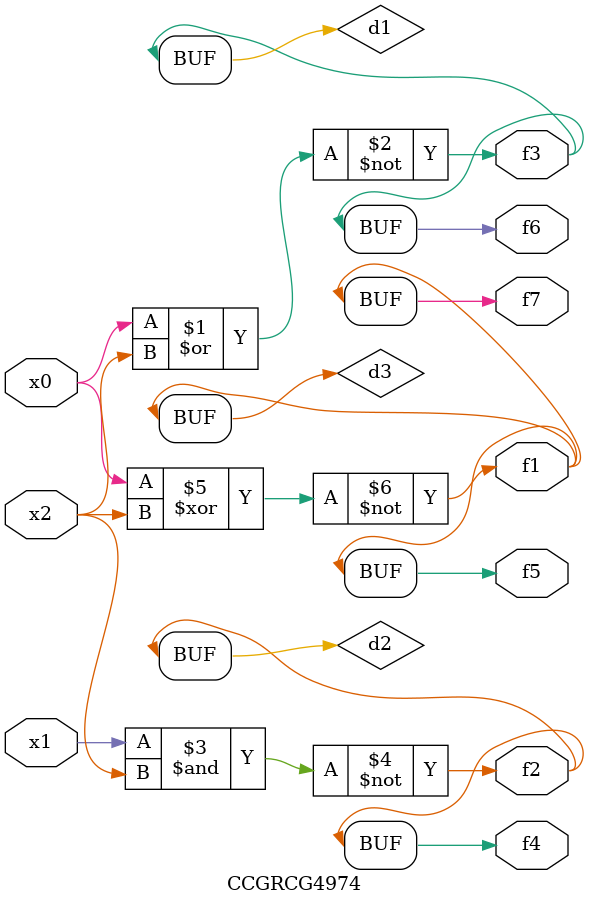
<source format=v>
module CCGRCG4974(
	input x0, x1, x2,
	output f1, f2, f3, f4, f5, f6, f7
);

	wire d1, d2, d3;

	nor (d1, x0, x2);
	nand (d2, x1, x2);
	xnor (d3, x0, x2);
	assign f1 = d3;
	assign f2 = d2;
	assign f3 = d1;
	assign f4 = d2;
	assign f5 = d3;
	assign f6 = d1;
	assign f7 = d3;
endmodule

</source>
